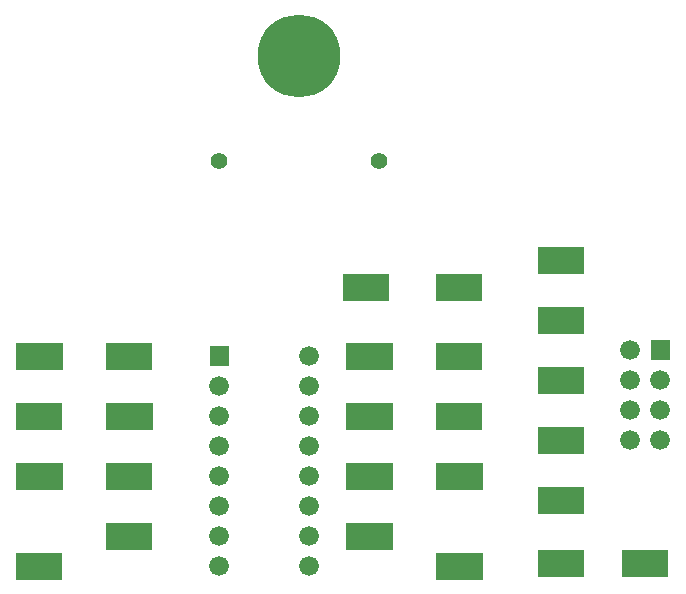
<source format=gts>
G04 start of page 6 for group -4063 idx -4063 *
G04 Title: (unknown), componentmask *
G04 Creator: pcb 20110918 *
G04 CreationDate: Tue Sep 16 15:41:33 2014 UTC *
G04 For: fosse *
G04 Format: Gerber/RS-274X *
G04 PCB-Dimensions: 375000 325000 *
G04 PCB-Coordinate-Origin: lower left *
%MOIN*%
%FSLAX25Y25*%
%LNTOPMASK*%
%ADD53R,0.0907X0.0907*%
%ADD52C,0.0554*%
%ADD51C,0.2760*%
%ADD50C,0.0660*%
%ADD49C,0.0001*%
G54D49*G36*
X79144Y206075D02*Y199475D01*
X85744D01*
Y206075D01*
X79144D01*
G37*
G54D50*X82444Y192775D03*
Y182775D03*
Y172775D03*
Y162775D03*
Y152775D03*
Y142775D03*
Y132775D03*
X112444D03*
Y142775D03*
Y152775D03*
Y162775D03*
Y172775D03*
Y182775D03*
Y192775D03*
Y202775D03*
X229444Y184775D03*
Y174775D03*
X219444D03*
Y184775D03*
G54D49*G36*
X226144Y208075D02*Y201475D01*
X232744D01*
Y208075D01*
X226144D01*
G37*
G54D50*X229444Y194775D03*
X219444D03*
Y204775D03*
G54D51*X109000Y303000D03*
G54D52*X82424Y267795D03*
X135574D03*
G54D53*X49294Y202775D02*X55593D01*
X19314Y202755D02*X25613D01*
X49314Y182755D02*X55613D01*
X49294Y162775D02*X55593D01*
X49294Y142775D02*X55593D01*
X19294Y182775D02*X25593D01*
X19314Y162755D02*X25613D01*
X19294Y132775D02*X25593D01*
X193294Y214775D02*X199593D01*
X193294Y234775D02*X199593D01*
X159294Y225775D02*X165593D01*
X193294Y133775D02*X199593D01*
X193294Y154775D02*X199593D01*
X193294Y194775D02*X199593D01*
X193294Y174775D02*X199593D01*
X159294Y182775D02*X165593D01*
X129314Y162755D02*X135613D01*
X159314D02*X165613D01*
X129314Y182755D02*X135613D01*
X129314Y142755D02*X135613D01*
X159314Y132755D02*X165613D01*
X221294Y133775D02*X227593D01*
X129314Y202755D02*X135613D01*
X159294Y202775D02*X165593D01*
X128294Y225775D02*X134593D01*
M02*

</source>
